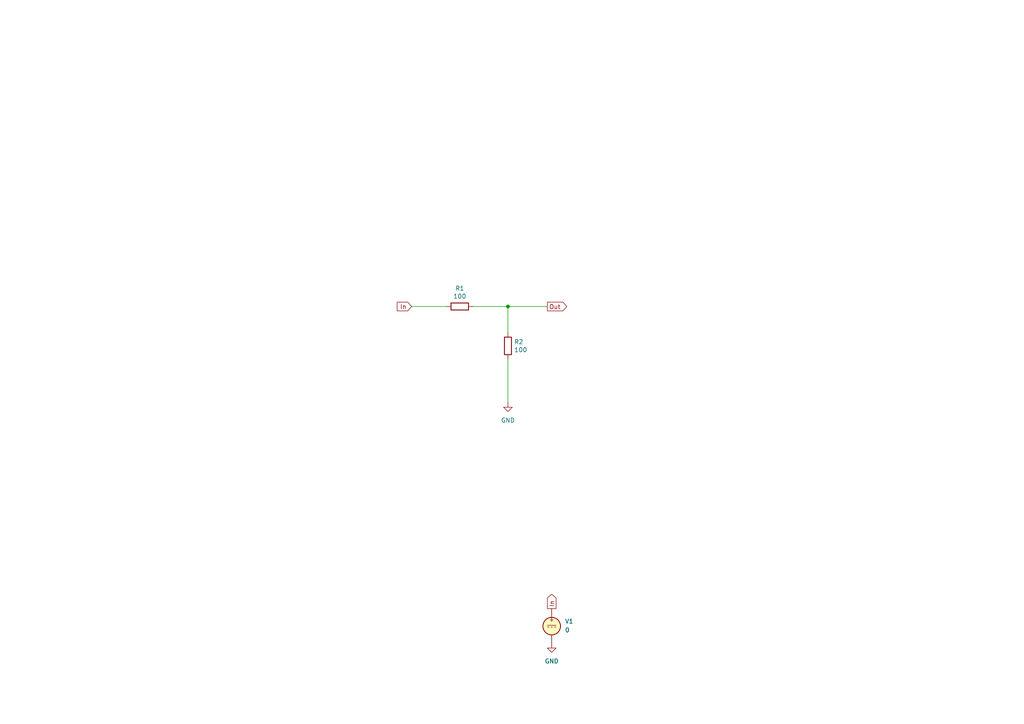
<source format=kicad_sch>
(kicad_sch (version 20250114) (generator "eeschema") (generator_version "9.0")
  (paper "A4")
  (title_block (title "Simulation, DC sweep") (date "2025-09-13") (company "GitHub/OJStuff"))
  (lib_symbols
    (symbol "Device:R" (pin_numbers (hide yes)) (pin_names (offset 0))
      (property "Reference" "R" (at 2.032 0 90))
      (property "Value" "R" (at 0 0 90))
      (symbol "R_0_1"
        (rectangle (start -1.016 -2.54) (end 1.016 2.54) (stroke (width 0.254)))
      )
      (symbol "R_1_1"
        (pin passive line (at 0 3.81 270) (length 1.27) (name "~") (number "1"))
        (pin passive line (at 0 -3.81 90) (length 1.27) (name "~") (number "2"))
      )
    )
    (symbol "GND_1" (power) (pin_numbers (hide yes)) (pin_names (offset 0) (hide yes))
      (property "Value" "GND" (at 0 -3.81 0))
      (symbol "GND_1_0_1"
        (polyline (pts (xy 0 0) (xy 0 -1.27) (xy 1.27 -1.27) (xy 0 -2.54) (xy -1.27 -1.27) (xy 0 -1.27)))
      )
      (symbol "GND_1_1_1"
        (pin power_in line (at 0 0 270) (length 0) (name "~") (number "1"))
      )
    )
    (symbol "VDC_1" (pin_numbers (hide yes)) (pin_names (offset 0.0254))
      (property "Reference" "V" (at 2.54 2.54 0))
      (property "Value" "1" (at 2.54 0 0))
      (symbol "VDC_1_0_0"
        (polyline (pts (xy -1.27 0.254) (xy 1.27 0.254)))
        (polyline (pts (xy -0.762 -0.254) (xy -1.27 -0.254)))
        (polyline (pts (xy 0.254 -0.254) (xy -0.254 -0.254)))
        (polyline (pts (xy 1.27 -0.254) (xy 0.762 -0.254)))
        (text "+" (at 0 1.905 0) (effects (font (size 1.27 1.27))))
      )
      (symbol "VDC_1_0_1"
        (circle (center 0 0) (radius 2.54) (stroke (width 0.254)) (fill (type background)))
      )
      (symbol "VDC_1_1_1"
        (pin passive line (at 0 5.08 270) (length 2.54) (name "~") (number "1"))
        (pin passive line (at 0 -5.08 90) (length 2.54) (name "~") (number "2"))
      )
    )
  )
  (junction (at 147.32 88.9))
  (wire (pts (xy 147.32 88.9) (xy 147.32 96.52)))
  (wire (pts (xy 147.32 104.14) (xy 147.32 116.84)))
  (wire (pts (xy 137.16 88.9) (xy 147.32 88.9)))
  (wire (pts (xy 147.32 88.9) (xy 158.75 88.9)))
  (wire (pts (xy 119.38 88.9) (xy 129.54 88.9)))
  (global_label "Out" (shape output) (at 158.75 88.9 0) (property "Intersheetrefs" "${INTERSHEET_REFS}" (effects (hide yes))))
  (global_label "In" (shape output) (at 160.02 176.53 90) (property "Intersheetrefs" "${INTERSHEET_REFS}" (effects (hide yes))))
  (global_label "In" (shape input) (at 119.38 88.9 180) (property "Intersheetrefs" "${INTERSHEET_REFS}" (effects (hide yes))))
  (symbol (lib_name "GND_1") (lib_id "power:GND") (at 160.02 186.69 0) (unit 1)
    (property "Reference" "#PWR03" (effects (hide yes)))
    (property "Value" "GND" (at 160.02 191.77 0))
    (property "Description" "Power symbol creates a global label with name \"GND\" , ground" (effects (hide yes)))
  )
  (symbol (lib_id "Device:R") (at 147.32 100.33 0) (unit 1)
    (property "Reference" "R2" (at 149.098 99.1616 0) (effects (justify left)))
    (property "Value" "100" (at 149.098 101.473 0) (effects (justify left)))
  )
  (symbol (lib_id "Device:R") (at 133.35 88.9 270) (unit 1)
    (property "Reference" "R1" (at 133.35 83.6422 90))
    (property "Value" "100" (at 133.35 85.9536 90))
  )
  (symbol (lib_name "GND_1") (lib_id "power:GND") (at 147.32 116.84 0) (unit 1)
    (property "Reference" "#PWR01" (effects (hide yes)))
    (property "Value" "GND" (at 147.32 121.92 0))
    (property "Description" "Power symbol creates a global label with name \"GND\" , ground" (effects (hide yes)))
  )
  (symbol (lib_name "VDC_1") (lib_id "Simulation_SPICE:VDC") (at 160.02 181.61 0) (unit 1)
    (property "Reference" "V1" (at 163.83 180.2101 0) (effects (justify left)))
    (property "Value" "0" (at 163.83 182.7501 0) (effects (justify left)))
    (property "Datasheet" "https://ngspice.sourceforge.io/docs/ngspice-html-manual/manual.xhtml#sec_Independent_Sources_for" (effects (hide yes)))
    (property "Description" "Voltage source, DC" (effects (hide yes)))
    (property "Sim.Pins" "1=+ 2=-" (effects (hide yes)))
    (property "Sim.Type" "DC" (effects (hide yes)))
    (property "Sim.Device" "V" (effects (hide yes)))
  )
)
</source>
